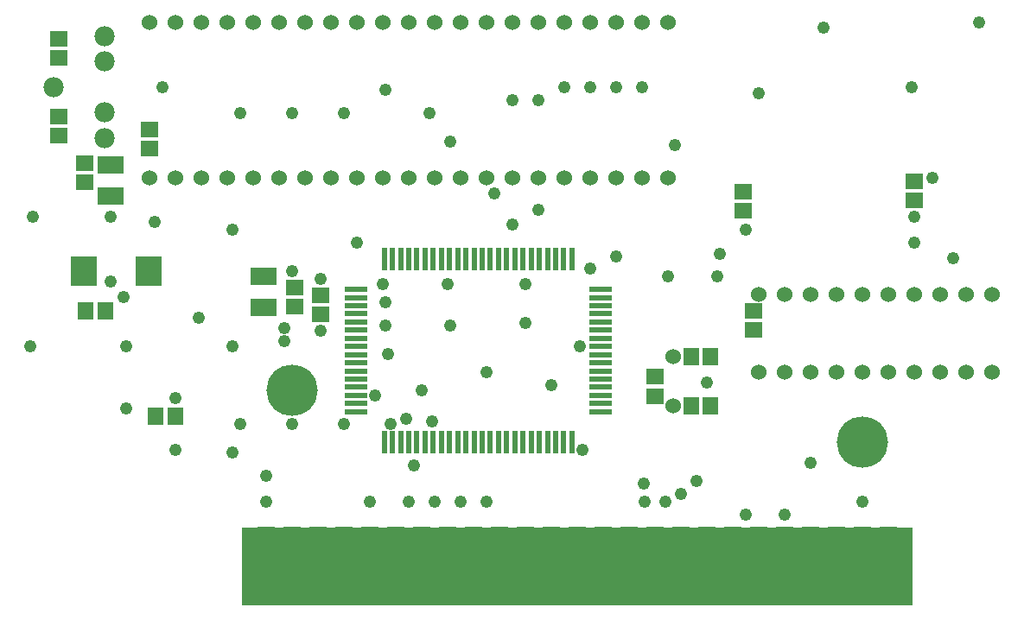
<source format=gbs>
G75*
%MOIN*%
%OFA0B0*%
%FSLAX24Y24*%
%IPPOS*%
%LPD*%
%AMOC8*
5,1,8,0,0,1.08239X$1,22.5*
%
%ADD10C,0.0600*%
%ADD11R,0.0671X0.0592*%
%ADD12R,0.1025X0.0710*%
%ADD13R,0.0592X0.0671*%
%ADD14R,0.1025X0.1182*%
%ADD15R,0.0680X0.2980*%
%ADD16R,2.5900X0.3000*%
%ADD17C,0.1980*%
%ADD18R,0.0237X0.0867*%
%ADD19R,0.0867X0.0237*%
%ADD20C,0.0780*%
%ADD21C,0.0480*%
D10*
X026750Y008200D03*
X030050Y009500D03*
X031050Y009500D03*
X032050Y009500D03*
X033050Y009500D03*
X034050Y009500D03*
X035050Y009500D03*
X036050Y009500D03*
X037050Y009500D03*
X038050Y009500D03*
X039050Y009500D03*
X039050Y012500D03*
X038050Y012500D03*
X037050Y012500D03*
X036050Y012500D03*
X035050Y012500D03*
X034050Y012500D03*
X033050Y012500D03*
X032050Y012500D03*
X031050Y012500D03*
X030050Y012500D03*
X026750Y010100D03*
X026550Y017000D03*
X025550Y017000D03*
X024550Y017000D03*
X023550Y017000D03*
X022550Y017000D03*
X021550Y017000D03*
X020550Y017000D03*
X019550Y017000D03*
X018550Y017000D03*
X017550Y017000D03*
X016550Y017000D03*
X015550Y017000D03*
X014550Y017000D03*
X013550Y017000D03*
X012550Y017000D03*
X011550Y017000D03*
X010550Y017000D03*
X009550Y017000D03*
X008550Y017000D03*
X007550Y017000D03*
X006550Y017000D03*
X006550Y023000D03*
X007550Y023000D03*
X008550Y023000D03*
X009550Y023000D03*
X010550Y023000D03*
X011550Y023000D03*
X012550Y023000D03*
X013550Y023000D03*
X014550Y023000D03*
X015550Y023000D03*
X016550Y023000D03*
X017550Y023000D03*
X018550Y023000D03*
X019550Y023000D03*
X020550Y023000D03*
X021550Y023000D03*
X022550Y023000D03*
X023550Y023000D03*
X024550Y023000D03*
X025550Y023000D03*
X026550Y023000D03*
D11*
X036050Y016874D03*
X036050Y016126D03*
X029450Y016474D03*
X029450Y015726D03*
X029850Y011874D03*
X029850Y011126D03*
X026050Y009324D03*
X026050Y008576D03*
X013150Y011726D03*
X013150Y012474D03*
X012150Y012774D03*
X012150Y012026D03*
X004050Y016826D03*
X004050Y017574D03*
X003050Y018626D03*
X003050Y019374D03*
X006550Y018874D03*
X006550Y018126D03*
X003050Y021626D03*
X003050Y022374D03*
D12*
X005050Y017491D03*
X005050Y016309D03*
X010950Y013191D03*
X010950Y012009D03*
D13*
X004826Y011861D03*
X004078Y011861D03*
X006776Y007800D03*
X007524Y007800D03*
X027426Y008200D03*
X028174Y008200D03*
X028174Y010100D03*
X027426Y010100D03*
D14*
X006490Y013400D03*
X004010Y013400D03*
D15*
X011050Y002050D03*
X012050Y002050D03*
X013050Y002050D03*
X014050Y002050D03*
X015050Y002050D03*
X016050Y002050D03*
X017050Y002050D03*
X018050Y002050D03*
X019050Y002050D03*
X020050Y002050D03*
X021050Y002050D03*
X022050Y002050D03*
X023050Y002050D03*
X024050Y002050D03*
X025050Y002050D03*
X026050Y002050D03*
X027050Y002050D03*
X028050Y002050D03*
X029050Y002050D03*
X030050Y002050D03*
X031050Y002050D03*
X032050Y002050D03*
X033050Y002050D03*
X034050Y002050D03*
X035050Y002050D03*
D16*
X023050Y002000D03*
D17*
X034050Y006800D03*
X012050Y008800D03*
D18*
X015589Y006789D03*
X015904Y006789D03*
X016219Y006789D03*
X016533Y006789D03*
X016848Y006789D03*
X017163Y006789D03*
X017478Y006789D03*
X017793Y006789D03*
X018108Y006789D03*
X018423Y006789D03*
X018738Y006789D03*
X019053Y006789D03*
X019368Y006789D03*
X019683Y006789D03*
X019998Y006789D03*
X020313Y006789D03*
X020628Y006789D03*
X020943Y006789D03*
X021258Y006789D03*
X021573Y006789D03*
X021888Y006789D03*
X022203Y006789D03*
X022518Y006789D03*
X022833Y006789D03*
X022833Y013875D03*
X022518Y013875D03*
X022203Y013875D03*
X021888Y013875D03*
X021573Y013875D03*
X021258Y013875D03*
X020943Y013875D03*
X020628Y013875D03*
X020313Y013875D03*
X019998Y013875D03*
X019683Y013875D03*
X019368Y013875D03*
X019053Y013875D03*
X018738Y013875D03*
X018423Y013875D03*
X018108Y013875D03*
X017793Y013875D03*
X017478Y013875D03*
X017163Y013875D03*
X016848Y013875D03*
X016533Y013875D03*
X016219Y013875D03*
X015904Y013875D03*
X015589Y013875D03*
D19*
X014486Y012694D03*
X014486Y012379D03*
X014486Y012064D03*
X014486Y011749D03*
X014486Y011434D03*
X014486Y011119D03*
X014486Y010804D03*
X014486Y010489D03*
X014486Y010174D03*
X014486Y009859D03*
X014486Y009544D03*
X014486Y009230D03*
X014486Y008915D03*
X014486Y008600D03*
X014486Y008285D03*
X014486Y007970D03*
X023935Y007970D03*
X023935Y008285D03*
X023935Y008600D03*
X023935Y008915D03*
X023935Y009230D03*
X023935Y009544D03*
X023935Y009859D03*
X023935Y010174D03*
X023935Y010489D03*
X023935Y010804D03*
X023935Y011119D03*
X023935Y011434D03*
X023935Y011749D03*
X023935Y012064D03*
X023935Y012379D03*
X023935Y012694D03*
D20*
X004790Y018531D03*
X004790Y019516D03*
X002822Y020500D03*
X004790Y021484D03*
X004790Y022469D03*
D21*
X007550Y006500D03*
X009750Y006400D03*
X010050Y007500D03*
X012050Y007500D03*
X014050Y007500D03*
X015850Y007500D03*
X016450Y007700D03*
X017450Y007600D03*
X017050Y008800D03*
X015250Y008600D03*
X015750Y010200D03*
X015650Y011300D03*
X015650Y012200D03*
X015550Y012900D03*
X013150Y013100D03*
X012050Y013400D03*
X014550Y014500D03*
X018050Y012900D03*
X018150Y011300D03*
X019550Y009500D03*
X022050Y009000D03*
X023150Y010500D03*
X021050Y011400D03*
X021050Y012900D03*
X023550Y013500D03*
X024550Y013950D03*
X026550Y013200D03*
X028450Y013200D03*
X028550Y014050D03*
X029550Y015000D03*
X026800Y018250D03*
X030050Y020250D03*
X032550Y022800D03*
X035950Y020500D03*
X038550Y023000D03*
X036750Y017000D03*
X036050Y015500D03*
X036050Y014500D03*
X037550Y013900D03*
X028050Y009100D03*
X023250Y006500D03*
X025600Y005200D03*
X025650Y004500D03*
X026450Y004500D03*
X027050Y004800D03*
X027650Y005300D03*
X029550Y004000D03*
X031050Y004000D03*
X034050Y004500D03*
X032050Y006000D03*
X019550Y004500D03*
X018550Y004500D03*
X017550Y004500D03*
X016550Y004500D03*
X015050Y004500D03*
X016750Y005900D03*
X011050Y005500D03*
X011050Y004500D03*
X005650Y008100D03*
X007550Y008500D03*
X005650Y010500D03*
X008450Y011600D03*
X009750Y010500D03*
X011750Y010700D03*
X011750Y011200D03*
X013150Y011100D03*
X009750Y015000D03*
X006750Y015300D03*
X005050Y015500D03*
X002050Y015500D03*
X005050Y013000D03*
X005550Y012400D03*
X001950Y010500D03*
X010050Y019500D03*
X012050Y019500D03*
X014050Y019500D03*
X015650Y020400D03*
X017350Y019500D03*
X018150Y018400D03*
X020550Y020000D03*
X021550Y020000D03*
X022550Y020500D03*
X023550Y020500D03*
X024550Y020500D03*
X025550Y020500D03*
X019850Y016400D03*
X021550Y015750D03*
X020550Y015200D03*
X007050Y020500D03*
M02*

</source>
